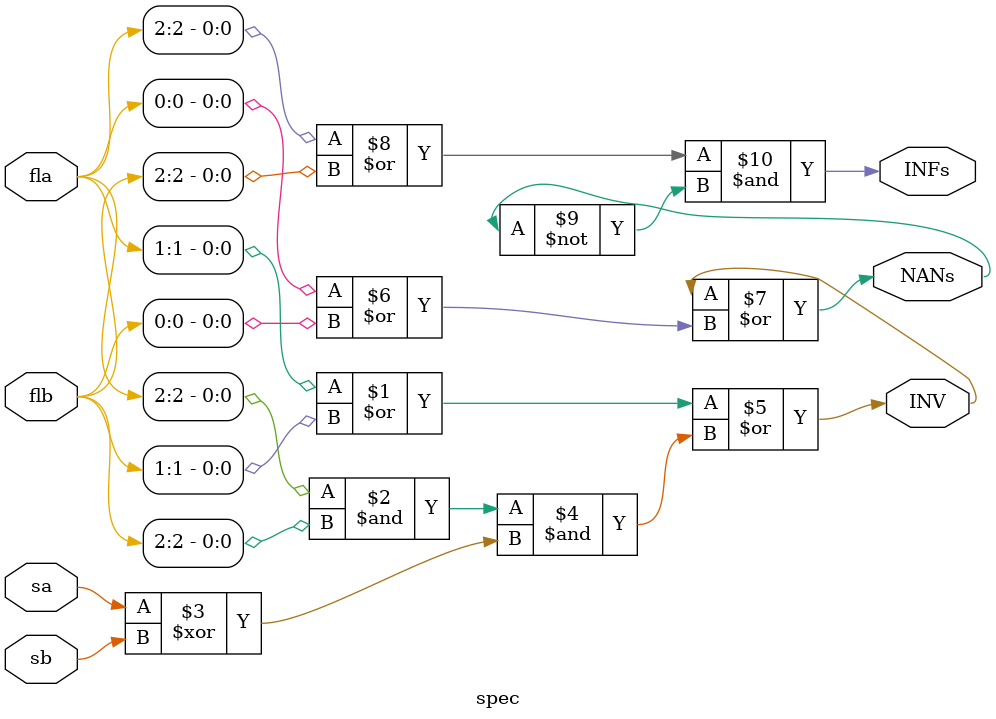
<source format=sv>
module spec(
    input sb,
    input sa,
    input [3:0] fla,
    input [3:0] flb,
    output  INFs,
    output  NANs,
    output  INV
);

assign INV = (fla[1] | flb[1]) | ((fla[2] & flb[2]) & (sa ^ sb));
assign NANs = INV | (fla[0] | flb[0]);
assign INFs = (fla[2] | flb[2]) & ~NANs;

endmodule

</source>
